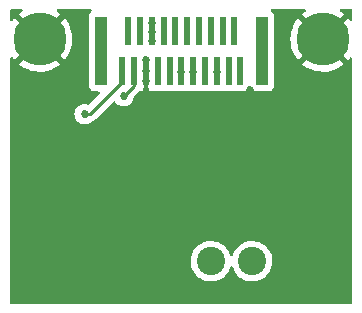
<source format=gbr>
%TF.GenerationSoftware,KiCad,Pcbnew,(6.0.0-0)*%
%TF.CreationDate,2022-03-04T22:18:36-05:00*%
%TF.ProjectId,thermalcouple,74686572-6d61-46c6-936f-75706c652e6b,rev?*%
%TF.SameCoordinates,Original*%
%TF.FileFunction,Copper,L4,Bot*%
%TF.FilePolarity,Positive*%
%FSLAX46Y46*%
G04 Gerber Fmt 4.6, Leading zero omitted, Abs format (unit mm)*
G04 Created by KiCad (PCBNEW (6.0.0-0)) date 2022-03-04 22:18:36*
%MOMM*%
%LPD*%
G01*
G04 APERTURE LIST*
%TA.AperFunction,ComponentPad*%
%ADD10C,2.400000*%
%TD*%
%TA.AperFunction,ComponentPad*%
%ADD11C,4.500000*%
%TD*%
%TA.AperFunction,SMDPad,CuDef*%
%ADD12R,1.000000X5.850000*%
%TD*%
%TA.AperFunction,SMDPad,CuDef*%
%ADD13R,0.610000X2.410000*%
%TD*%
%TA.AperFunction,ViaPad*%
%ADD14C,0.685800*%
%TD*%
%TA.AperFunction,Conductor*%
%ADD15C,0.254000*%
%TD*%
G04 APERTURE END LIST*
D10*
%TO.P,J1,1,Pin_1*%
%TO.N,Net-(FB1-Pad1)*%
X109502000Y-82804000D03*
%TO.P,J1,2,Pin_2*%
%TO.N,Net-(FB2-Pad1)*%
X113002000Y-82804000D03*
%TD*%
D11*
%TO.P,H1,1,1*%
%TO.N,GND*%
X95000000Y-64000000D03*
%TD*%
%TO.P,H2,1,1*%
%TO.N,GND*%
X119000000Y-64000000D03*
%TD*%
D12*
%TO.P,J2,*%
%TO.N,*%
X100173500Y-65000000D03*
X113826500Y-65000000D03*
D13*
%TO.P,J2,1,SDA(E)*%
%TO.N,/SDA_EEPROM*%
X101996500Y-66720000D03*
%TO.P,J2,2,SCL(E)*%
%TO.N,/SCL_EEPROM*%
X102996500Y-66720000D03*
%TO.P,J2,3,GND*%
%TO.N,GND*%
X103996500Y-66720000D03*
%TO.P,J2,4,NC*%
%TO.N,unconnected-(J2-Pad4)*%
X104996500Y-66720000D03*
%TO.P,J2,5,~{RST}*%
%TO.N,/~{RST}*%
X105996500Y-66720000D03*
%TO.P,J2,6,SCK*%
%TO.N,/SCK*%
X106996500Y-66720000D03*
%TO.P,J2,7,MISO*%
%TO.N,/MISO*%
X107996500Y-66720000D03*
%TO.P,J2,8,MOSI*%
%TO.N,/MOSI*%
X108996500Y-66720000D03*
%TO.P,J2,9,CE*%
%TO.N,/CS*%
X109996500Y-66720000D03*
%TO.P,J2,10,SDA*%
%TO.N,/SDA*%
X110996500Y-66720000D03*
%TO.P,J2,11,SCL*%
%TO.N,/SCL*%
X111996500Y-66720000D03*
%TO.P,J2,12,NC*%
%TO.N,unconnected-(J2-Pad12)*%
X111496500Y-63280000D03*
%TO.P,J2,13,RX*%
%TO.N,/RXD*%
X110496500Y-63280000D03*
%TO.P,J2,14,TX*%
%TO.N,/TXD*%
X109496500Y-63280000D03*
%TO.P,J2,15,STAT*%
%TO.N,/Status*%
X108496500Y-63280000D03*
%TO.P,J2,16,A0*%
%TO.N,/A0*%
X107496500Y-63280000D03*
%TO.P,J2,17,A1*%
%TO.N,/A1*%
X106496500Y-63280000D03*
%TO.P,J2,18,NC*%
%TO.N,unconnected-(J2-Pad18)*%
X105496500Y-63280000D03*
%TO.P,J2,19,3V3*%
%TO.N,/3V3*%
X104496500Y-63280000D03*
%TO.P,J2,20,NC*%
%TO.N,unconnected-(J2-Pad20)*%
X103496500Y-63320000D03*
%TO.P,J2,21,5V*%
%TO.N,/5V*%
X102496500Y-63320000D03*
%TD*%
D14*
%TO.N,/3V3*%
X104496500Y-63397500D03*
X104496500Y-62635500D03*
X104496500Y-64159500D03*
%TO.N,GND*%
X115062000Y-76708000D03*
X107188000Y-76708000D03*
X108458000Y-73406000D03*
X112776000Y-68326000D03*
X105410000Y-70866000D03*
X105410000Y-69342000D03*
X107696000Y-70866000D03*
X107696000Y-69342000D03*
X116586000Y-67818000D03*
X116586000Y-70104000D03*
X116586000Y-72136000D03*
X113030000Y-73406000D03*
X110744000Y-73406000D03*
X111506000Y-71882000D03*
X109982000Y-71882000D03*
X103632000Y-80264000D03*
X114300000Y-78740000D03*
X108204000Y-78740000D03*
X107696000Y-84582000D03*
X111252000Y-84582000D03*
X111252000Y-81280000D03*
X114300000Y-80264000D03*
%TO.N,/CS*%
X109982000Y-66802000D03*
%TO.N,/MISO*%
X107950000Y-66802000D03*
%TO.N,/SCK*%
X106934000Y-66802000D03*
%TO.N,GND*%
X96012000Y-73152000D03*
X104013000Y-66675000D03*
X104013000Y-67564000D03*
X97282000Y-73152000D03*
X94742000Y-73152000D03*
X104013000Y-65786000D03*
%TO.N,/SDA_EEPROM*%
X98806000Y-70358000D03*
%TO.N,/SCL_EEPROM*%
X102108000Y-68834000D03*
%TD*%
D15*
%TO.N,/SDA_EEPROM*%
X101996500Y-66720000D02*
X101996500Y-67620000D01*
X101996500Y-67620000D02*
X99258500Y-70358000D01*
X99258500Y-70358000D02*
X98806000Y-70358000D01*
%TO.N,/SCL_EEPROM*%
X102996500Y-67945500D02*
X102108000Y-68834000D01*
X102996500Y-66720000D02*
X102996500Y-67945500D01*
%TD*%
%TA.AperFunction,Conductor*%
%TO.N,GND*%
G36*
X93508556Y-61466002D02*
G01*
X93555049Y-61519658D01*
X93565153Y-61589932D01*
X93535659Y-61654512D01*
X93504858Y-61680285D01*
X93450196Y-61712805D01*
X93443945Y-61717053D01*
X93250733Y-61866115D01*
X93242267Y-61877773D01*
X93248871Y-61889661D01*
X94987188Y-63627978D01*
X95001132Y-63635592D01*
X95002965Y-63635461D01*
X95009580Y-63631210D01*
X96750162Y-61890628D01*
X96757174Y-61877787D01*
X96749379Y-61867098D01*
X96579886Y-61733481D01*
X96573663Y-61729156D01*
X96492326Y-61679605D01*
X96444557Y-61627082D01*
X96432767Y-61557071D01*
X96460699Y-61491800D01*
X96519485Y-61451992D01*
X96557879Y-61446000D01*
X99286595Y-61446000D01*
X99354716Y-61466002D01*
X99401209Y-61519658D01*
X99411313Y-61589932D01*
X99381819Y-61654512D01*
X99362163Y-61672824D01*
X99310239Y-61711739D01*
X99222885Y-61828295D01*
X99171755Y-61964684D01*
X99165000Y-62026866D01*
X99165000Y-67973134D01*
X99171755Y-68035316D01*
X99222885Y-68171705D01*
X99310239Y-68288261D01*
X99426795Y-68375615D01*
X99563184Y-68426745D01*
X99625366Y-68433500D01*
X99980078Y-68433500D01*
X100048199Y-68453502D01*
X100094692Y-68507158D01*
X100104796Y-68577432D01*
X100075302Y-68642012D01*
X100069173Y-68648595D01*
X99202648Y-69515120D01*
X99140336Y-69549146D01*
X99075213Y-69545888D01*
X99070546Y-69543810D01*
X98983016Y-69525205D01*
X98901943Y-69507972D01*
X98901939Y-69507972D01*
X98895486Y-69506600D01*
X98716514Y-69506600D01*
X98710061Y-69507972D01*
X98710057Y-69507972D01*
X98628984Y-69525205D01*
X98541454Y-69543810D01*
X98535424Y-69546495D01*
X98535423Y-69546495D01*
X98383985Y-69613919D01*
X98383983Y-69613920D01*
X98377955Y-69616604D01*
X98372614Y-69620484D01*
X98372613Y-69620485D01*
X98283266Y-69685400D01*
X98233164Y-69721801D01*
X98113409Y-69854803D01*
X98023923Y-70009797D01*
X97968618Y-70180009D01*
X97949910Y-70358000D01*
X97968618Y-70535991D01*
X98023923Y-70706203D01*
X98113409Y-70861197D01*
X98117827Y-70866104D01*
X98117828Y-70866105D01*
X98204256Y-70962093D01*
X98233164Y-70994199D01*
X98377955Y-71099396D01*
X98383983Y-71102080D01*
X98383985Y-71102081D01*
X98535423Y-71169505D01*
X98541454Y-71172190D01*
X98628984Y-71190795D01*
X98710057Y-71208028D01*
X98710061Y-71208028D01*
X98716514Y-71209400D01*
X98895486Y-71209400D01*
X98901939Y-71208028D01*
X98901943Y-71208028D01*
X98983016Y-71190795D01*
X99070546Y-71172190D01*
X99076577Y-71169505D01*
X99228015Y-71102081D01*
X99228017Y-71102080D01*
X99234045Y-71099396D01*
X99373854Y-70997818D01*
X99414061Y-70978899D01*
X99417799Y-70978427D01*
X99425172Y-70975508D01*
X99425175Y-70975507D01*
X99459056Y-70962093D01*
X99470285Y-70958248D01*
X99486965Y-70953402D01*
X99512893Y-70945869D01*
X99519720Y-70941831D01*
X99519723Y-70941830D01*
X99530406Y-70935512D01*
X99548164Y-70926812D01*
X99559715Y-70922239D01*
X99559721Y-70922235D01*
X99567088Y-70919319D01*
X99602991Y-70893234D01*
X99612910Y-70886719D01*
X99644268Y-70868174D01*
X99644272Y-70868171D01*
X99651098Y-70864134D01*
X99665482Y-70849750D01*
X99680516Y-70836909D01*
X99690573Y-70829602D01*
X99696987Y-70824942D01*
X99725278Y-70790744D01*
X99733267Y-70781965D01*
X101212413Y-69302819D01*
X101274725Y-69268793D01*
X101345540Y-69273858D01*
X101402376Y-69316405D01*
X101410628Y-69328916D01*
X101412107Y-69331479D01*
X101412110Y-69331484D01*
X101415409Y-69337197D01*
X101535164Y-69470199D01*
X101540506Y-69474080D01*
X101540508Y-69474082D01*
X101640176Y-69546495D01*
X101679955Y-69575396D01*
X101685983Y-69578080D01*
X101685985Y-69578081D01*
X101772510Y-69616604D01*
X101843454Y-69648190D01*
X101930984Y-69666795D01*
X102012057Y-69684028D01*
X102012061Y-69684028D01*
X102018514Y-69685400D01*
X102197486Y-69685400D01*
X102203939Y-69684028D01*
X102203943Y-69684028D01*
X102285016Y-69666795D01*
X102372546Y-69648190D01*
X102443490Y-69616604D01*
X102530015Y-69578081D01*
X102530017Y-69578080D01*
X102536045Y-69575396D01*
X102575824Y-69546495D01*
X102675492Y-69474082D01*
X102675494Y-69474080D01*
X102680836Y-69470199D01*
X102800591Y-69337197D01*
X102890077Y-69182203D01*
X102945382Y-69011991D01*
X102954418Y-68926024D01*
X102981432Y-68860367D01*
X102990633Y-68850100D01*
X103389983Y-68450750D01*
X103398305Y-68443176D01*
X103404803Y-68439053D01*
X103408610Y-68434999D01*
X103443142Y-68415001D01*
X103445146Y-68414250D01*
X103452980Y-68411313D01*
X103523786Y-68406128D01*
X103541441Y-68411312D01*
X103573894Y-68423478D01*
X103589149Y-68427105D01*
X103640014Y-68432631D01*
X103646828Y-68433000D01*
X103724385Y-68433000D01*
X103739624Y-68428525D01*
X103740829Y-68427135D01*
X103742500Y-68419452D01*
X103742500Y-68218852D01*
X103754347Y-68172542D01*
X103752115Y-68171705D01*
X103800471Y-68042715D01*
X103803245Y-68035316D01*
X103810000Y-67973134D01*
X103810000Y-66592000D01*
X103830002Y-66523879D01*
X103883658Y-66477386D01*
X103936000Y-66466000D01*
X104057000Y-66466000D01*
X104125121Y-66486002D01*
X104171614Y-66539658D01*
X104183000Y-66592000D01*
X104183000Y-67973134D01*
X104189755Y-68035316D01*
X104192529Y-68042715D01*
X104240885Y-68171705D01*
X104238653Y-68172542D01*
X104250500Y-68218852D01*
X104250500Y-68414884D01*
X104254975Y-68430123D01*
X104256365Y-68431328D01*
X104264048Y-68432999D01*
X104346169Y-68432999D01*
X104352990Y-68432629D01*
X104403852Y-68427105D01*
X104419107Y-68423478D01*
X104451557Y-68411313D01*
X104522364Y-68406129D01*
X104540019Y-68411313D01*
X104573781Y-68423970D01*
X104573783Y-68423970D01*
X104581184Y-68426745D01*
X104643366Y-68433500D01*
X105349634Y-68433500D01*
X105411816Y-68426745D01*
X105452271Y-68411579D01*
X105523076Y-68406396D01*
X105540723Y-68411577D01*
X105581184Y-68426745D01*
X105643366Y-68433500D01*
X106349634Y-68433500D01*
X106411816Y-68426745D01*
X106452271Y-68411579D01*
X106523076Y-68406396D01*
X106540723Y-68411577D01*
X106581184Y-68426745D01*
X106643366Y-68433500D01*
X107349634Y-68433500D01*
X107411816Y-68426745D01*
X107452271Y-68411579D01*
X107523076Y-68406396D01*
X107540723Y-68411577D01*
X107581184Y-68426745D01*
X107643366Y-68433500D01*
X108349634Y-68433500D01*
X108411816Y-68426745D01*
X108452271Y-68411579D01*
X108523076Y-68406396D01*
X108540723Y-68411577D01*
X108581184Y-68426745D01*
X108643366Y-68433500D01*
X109349634Y-68433500D01*
X109411816Y-68426745D01*
X109452271Y-68411579D01*
X109523076Y-68406396D01*
X109540723Y-68411577D01*
X109581184Y-68426745D01*
X109643366Y-68433500D01*
X110349634Y-68433500D01*
X110411816Y-68426745D01*
X110452271Y-68411579D01*
X110523076Y-68406396D01*
X110540723Y-68411577D01*
X110581184Y-68426745D01*
X110643366Y-68433500D01*
X111349634Y-68433500D01*
X111411816Y-68426745D01*
X111452271Y-68411579D01*
X111523076Y-68406396D01*
X111540723Y-68411577D01*
X111581184Y-68426745D01*
X111643366Y-68433500D01*
X112349634Y-68433500D01*
X112411816Y-68426745D01*
X112548205Y-68375615D01*
X112664761Y-68288261D01*
X112713174Y-68223664D01*
X112770033Y-68181149D01*
X112840852Y-68176123D01*
X112903145Y-68210183D01*
X112914826Y-68223664D01*
X112963239Y-68288261D01*
X113079795Y-68375615D01*
X113216184Y-68426745D01*
X113278366Y-68433500D01*
X114374634Y-68433500D01*
X114436816Y-68426745D01*
X114573205Y-68375615D01*
X114689761Y-68288261D01*
X114777115Y-68171705D01*
X114828245Y-68035316D01*
X114835000Y-67973134D01*
X114835000Y-66121982D01*
X117243142Y-66121982D01*
X117250668Y-66132415D01*
X117396463Y-66249848D01*
X117402648Y-66254244D01*
X117678363Y-66426195D01*
X117685034Y-66429817D01*
X117979414Y-66567402D01*
X117986468Y-66570195D01*
X118295257Y-66671420D01*
X118302570Y-66673339D01*
X118621298Y-66736738D01*
X118628789Y-66737764D01*
X118952823Y-66762413D01*
X118960386Y-66762531D01*
X119285021Y-66748074D01*
X119292562Y-66747282D01*
X119613115Y-66693926D01*
X119620479Y-66692240D01*
X119932315Y-66600757D01*
X119939424Y-66598198D01*
X120238003Y-66469919D01*
X120244770Y-66466515D01*
X120525764Y-66303301D01*
X120532071Y-66299111D01*
X120750005Y-66134588D01*
X120758461Y-66123197D01*
X120751743Y-66110953D01*
X119012812Y-64372022D01*
X118998868Y-64364408D01*
X118997035Y-64364539D01*
X118990420Y-64368790D01*
X117250257Y-66108953D01*
X117243142Y-66121982D01*
X114835000Y-66121982D01*
X114835000Y-63974858D01*
X116237299Y-63974858D01*
X116253456Y-64299410D01*
X116254287Y-64306939D01*
X116309318Y-64627198D01*
X116311051Y-64634585D01*
X116404156Y-64945909D01*
X116406759Y-64953022D01*
X116536595Y-65250913D01*
X116540037Y-65257669D01*
X116704720Y-65537803D01*
X116708943Y-65544088D01*
X116865792Y-65749608D01*
X116877316Y-65758069D01*
X116889382Y-65751408D01*
X118627978Y-64012812D01*
X118635592Y-63998868D01*
X118635461Y-63997035D01*
X118631210Y-63990420D01*
X116890864Y-62250074D01*
X116877929Y-62243011D01*
X116867367Y-62250671D01*
X116741785Y-62408268D01*
X116737428Y-62414467D01*
X116566913Y-62691094D01*
X116563333Y-62697770D01*
X116427287Y-62992878D01*
X116424537Y-62999929D01*
X116324927Y-63309251D01*
X116323044Y-63316584D01*
X116261316Y-63635632D01*
X116260329Y-63643132D01*
X116237378Y-63967277D01*
X116237299Y-63974858D01*
X114835000Y-63974858D01*
X114835000Y-62026866D01*
X114828245Y-61964684D01*
X114777115Y-61828295D01*
X114689761Y-61711739D01*
X114637838Y-61672825D01*
X114595325Y-61615966D01*
X114590300Y-61545148D01*
X114624359Y-61482855D01*
X114686691Y-61448865D01*
X114713405Y-61446000D01*
X117440435Y-61446000D01*
X117508556Y-61466002D01*
X117555049Y-61519658D01*
X117565153Y-61589932D01*
X117535659Y-61654512D01*
X117504858Y-61680285D01*
X117450196Y-61712805D01*
X117443945Y-61717053D01*
X117250733Y-61866115D01*
X117242267Y-61877773D01*
X117248871Y-61889661D01*
X118987188Y-63627978D01*
X119001132Y-63635592D01*
X119002965Y-63635461D01*
X119009580Y-63631210D01*
X120750162Y-61890628D01*
X120757174Y-61877787D01*
X120749379Y-61867098D01*
X120579886Y-61733481D01*
X120573663Y-61729156D01*
X120492326Y-61679605D01*
X120444557Y-61627082D01*
X120432767Y-61557071D01*
X120460699Y-61491800D01*
X120519485Y-61451992D01*
X120557879Y-61446000D01*
X121361000Y-61446000D01*
X121429121Y-61466002D01*
X121475614Y-61519658D01*
X121487000Y-61572000D01*
X121487000Y-62337698D01*
X121466998Y-62405819D01*
X121413342Y-62452312D01*
X121343068Y-62462416D01*
X121278488Y-62432922D01*
X121261643Y-62415184D01*
X121133617Y-62251022D01*
X121121823Y-62242551D01*
X121110113Y-62249097D01*
X119372022Y-63987188D01*
X119364408Y-64001132D01*
X119364539Y-64002965D01*
X119368790Y-64009580D01*
X121108825Y-65749615D01*
X121121948Y-65756781D01*
X121132250Y-65749391D01*
X121241429Y-65615285D01*
X121245838Y-65609149D01*
X121254437Y-65595520D01*
X121307703Y-65548581D01*
X121377891Y-65537891D01*
X121442715Y-65566844D01*
X121481596Y-65626248D01*
X121487000Y-65662754D01*
X121487000Y-86304000D01*
X121466998Y-86372121D01*
X121413342Y-86418614D01*
X121361000Y-86430000D01*
X92629000Y-86430000D01*
X92560879Y-86409998D01*
X92514386Y-86356342D01*
X92503000Y-86304000D01*
X92503000Y-82759151D01*
X107789296Y-82759151D01*
X107801480Y-83012798D01*
X107851021Y-83261857D01*
X107852600Y-83266255D01*
X107852602Y-83266262D01*
X107897022Y-83389980D01*
X107936831Y-83500858D01*
X108057025Y-83724551D01*
X108059820Y-83728294D01*
X108059822Y-83728297D01*
X108206171Y-83924282D01*
X108206176Y-83924288D01*
X108208963Y-83928020D01*
X108212272Y-83931300D01*
X108212277Y-83931306D01*
X108310859Y-84029031D01*
X108389307Y-84106797D01*
X108393069Y-84109555D01*
X108393072Y-84109558D01*
X108498764Y-84187054D01*
X108594094Y-84256953D01*
X108598229Y-84259129D01*
X108598233Y-84259131D01*
X108716289Y-84321243D01*
X108818827Y-84375191D01*
X109058568Y-84458912D01*
X109308050Y-84506278D01*
X109428532Y-84511011D01*
X109557125Y-84516064D01*
X109557130Y-84516064D01*
X109561793Y-84516247D01*
X109660774Y-84505407D01*
X109809569Y-84489112D01*
X109809575Y-84489111D01*
X109814222Y-84488602D01*
X109923680Y-84459784D01*
X110055273Y-84425138D01*
X110059793Y-84423948D01*
X110178353Y-84373011D01*
X110288807Y-84325557D01*
X110288810Y-84325555D01*
X110293110Y-84323708D01*
X110297090Y-84321245D01*
X110297094Y-84321243D01*
X110505064Y-84192547D01*
X110505066Y-84192545D01*
X110509047Y-84190082D01*
X110607428Y-84106797D01*
X110699289Y-84029031D01*
X110699291Y-84029029D01*
X110702862Y-84026006D01*
X110870295Y-83835084D01*
X111007669Y-83621512D01*
X111111967Y-83389980D01*
X111130528Y-83324167D01*
X111168269Y-83264033D01*
X111232530Y-83233850D01*
X111302909Y-83243200D01*
X111357059Y-83289116D01*
X111370385Y-83315789D01*
X111436831Y-83500858D01*
X111557025Y-83724551D01*
X111559820Y-83728294D01*
X111559822Y-83728297D01*
X111706171Y-83924282D01*
X111706176Y-83924288D01*
X111708963Y-83928020D01*
X111712272Y-83931300D01*
X111712277Y-83931306D01*
X111810859Y-84029031D01*
X111889307Y-84106797D01*
X111893069Y-84109555D01*
X111893072Y-84109558D01*
X111998764Y-84187054D01*
X112094094Y-84256953D01*
X112098229Y-84259129D01*
X112098233Y-84259131D01*
X112216289Y-84321243D01*
X112318827Y-84375191D01*
X112558568Y-84458912D01*
X112808050Y-84506278D01*
X112928532Y-84511011D01*
X113057125Y-84516064D01*
X113057130Y-84516064D01*
X113061793Y-84516247D01*
X113160774Y-84505407D01*
X113309569Y-84489112D01*
X113309575Y-84489111D01*
X113314222Y-84488602D01*
X113423680Y-84459784D01*
X113555273Y-84425138D01*
X113559793Y-84423948D01*
X113678353Y-84373011D01*
X113788807Y-84325557D01*
X113788810Y-84325555D01*
X113793110Y-84323708D01*
X113797090Y-84321245D01*
X113797094Y-84321243D01*
X114005064Y-84192547D01*
X114005066Y-84192545D01*
X114009047Y-84190082D01*
X114107428Y-84106797D01*
X114199289Y-84029031D01*
X114199291Y-84029029D01*
X114202862Y-84026006D01*
X114370295Y-83835084D01*
X114507669Y-83621512D01*
X114611967Y-83389980D01*
X114680896Y-83145575D01*
X114712943Y-82893667D01*
X114715291Y-82804000D01*
X114696472Y-82550759D01*
X114640428Y-82303082D01*
X114634460Y-82287735D01*
X114550084Y-82070762D01*
X114550083Y-82070760D01*
X114548391Y-82066409D01*
X114527866Y-82030498D01*
X114424702Y-81849997D01*
X114424700Y-81849995D01*
X114422383Y-81845940D01*
X114265171Y-81646517D01*
X114080209Y-81472523D01*
X114036483Y-81442189D01*
X113875393Y-81330437D01*
X113875390Y-81330435D01*
X113871561Y-81327779D01*
X113867384Y-81325719D01*
X113867377Y-81325715D01*
X113647996Y-81217528D01*
X113647992Y-81217527D01*
X113643810Y-81215464D01*
X113401960Y-81138047D01*
X113397355Y-81137297D01*
X113155935Y-81097980D01*
X113155934Y-81097980D01*
X113151323Y-81097229D01*
X113024364Y-81095567D01*
X112902083Y-81093966D01*
X112902080Y-81093966D01*
X112897406Y-81093905D01*
X112645787Y-81128149D01*
X112401993Y-81199208D01*
X112171380Y-81305522D01*
X112167471Y-81308085D01*
X111962928Y-81442189D01*
X111962923Y-81442193D01*
X111959015Y-81444755D01*
X111769562Y-81613848D01*
X111607183Y-81809087D01*
X111475447Y-82026182D01*
X111377246Y-82260365D01*
X111376095Y-82264897D01*
X111374016Y-82273084D01*
X111337861Y-82334185D01*
X111274412Y-82366039D01*
X111203813Y-82358534D01*
X111148479Y-82314051D01*
X111134460Y-82287735D01*
X111050084Y-82070762D01*
X111050083Y-82070760D01*
X111048391Y-82066409D01*
X111027866Y-82030498D01*
X110924702Y-81849997D01*
X110924700Y-81849995D01*
X110922383Y-81845940D01*
X110765171Y-81646517D01*
X110580209Y-81472523D01*
X110536483Y-81442189D01*
X110375393Y-81330437D01*
X110375390Y-81330435D01*
X110371561Y-81327779D01*
X110367384Y-81325719D01*
X110367377Y-81325715D01*
X110147996Y-81217528D01*
X110147992Y-81217527D01*
X110143810Y-81215464D01*
X109901960Y-81138047D01*
X109897355Y-81137297D01*
X109655935Y-81097980D01*
X109655934Y-81097980D01*
X109651323Y-81097229D01*
X109524364Y-81095567D01*
X109402083Y-81093966D01*
X109402080Y-81093966D01*
X109397406Y-81093905D01*
X109145787Y-81128149D01*
X108901993Y-81199208D01*
X108671380Y-81305522D01*
X108667471Y-81308085D01*
X108462928Y-81442189D01*
X108462923Y-81442193D01*
X108459015Y-81444755D01*
X108269562Y-81613848D01*
X108107183Y-81809087D01*
X107975447Y-82026182D01*
X107877246Y-82260365D01*
X107814738Y-82506490D01*
X107789296Y-82759151D01*
X92503000Y-82759151D01*
X92503000Y-66121982D01*
X93243142Y-66121982D01*
X93250668Y-66132415D01*
X93396463Y-66249848D01*
X93402648Y-66254244D01*
X93678363Y-66426195D01*
X93685034Y-66429817D01*
X93979414Y-66567402D01*
X93986468Y-66570195D01*
X94295257Y-66671420D01*
X94302570Y-66673339D01*
X94621298Y-66736738D01*
X94628789Y-66737764D01*
X94952823Y-66762413D01*
X94960386Y-66762531D01*
X95285021Y-66748074D01*
X95292562Y-66747282D01*
X95613115Y-66693926D01*
X95620479Y-66692240D01*
X95932315Y-66600757D01*
X95939424Y-66598198D01*
X96238003Y-66469919D01*
X96244770Y-66466515D01*
X96525764Y-66303301D01*
X96532071Y-66299111D01*
X96750005Y-66134588D01*
X96758461Y-66123197D01*
X96751743Y-66110953D01*
X95012812Y-64372022D01*
X94998868Y-64364408D01*
X94997035Y-64364539D01*
X94990420Y-64368790D01*
X93250257Y-66108953D01*
X93243142Y-66121982D01*
X92503000Y-66121982D01*
X92503000Y-65647024D01*
X92523002Y-65578903D01*
X92576658Y-65532410D01*
X92646932Y-65522306D01*
X92711512Y-65551800D01*
X92729163Y-65570582D01*
X92865792Y-65749608D01*
X92877316Y-65758069D01*
X92889382Y-65751408D01*
X94627978Y-64012812D01*
X94634356Y-64001132D01*
X95364408Y-64001132D01*
X95364539Y-64002965D01*
X95368790Y-64009580D01*
X97108825Y-65749615D01*
X97121948Y-65756781D01*
X97132250Y-65749391D01*
X97241429Y-65615285D01*
X97245842Y-65609144D01*
X97419248Y-65334312D01*
X97422895Y-65327677D01*
X97562025Y-65034011D01*
X97564850Y-65026984D01*
X97667696Y-64718715D01*
X97669650Y-64711424D01*
X97734716Y-64393033D01*
X97735784Y-64385529D01*
X97762253Y-64060100D01*
X97762458Y-64055625D01*
X97763018Y-64002221D01*
X97762908Y-63997789D01*
X97743257Y-63671835D01*
X97742349Y-63664333D01*
X97683967Y-63344663D01*
X97682154Y-63337284D01*
X97585797Y-63026966D01*
X97583116Y-63019869D01*
X97450172Y-62723363D01*
X97446655Y-62716636D01*
X97279054Y-62438252D01*
X97274757Y-62431999D01*
X97133617Y-62251022D01*
X97121823Y-62242551D01*
X97110113Y-62249097D01*
X95372022Y-63987188D01*
X95364408Y-64001132D01*
X94634356Y-64001132D01*
X94635592Y-63998868D01*
X94635461Y-63997035D01*
X94631210Y-63990420D01*
X92890864Y-62250074D01*
X92877929Y-62243011D01*
X92867367Y-62250671D01*
X92741785Y-62408268D01*
X92737427Y-62414469D01*
X92736261Y-62416360D01*
X92735816Y-62416760D01*
X92735245Y-62417573D01*
X92735059Y-62417442D01*
X92683489Y-62463855D01*
X92613418Y-62475279D01*
X92548294Y-62447006D01*
X92508793Y-62388012D01*
X92503000Y-62350246D01*
X92503000Y-61572000D01*
X92523002Y-61503879D01*
X92576658Y-61457386D01*
X92629000Y-61446000D01*
X93440435Y-61446000D01*
X93508556Y-61466002D01*
G37*
%TD.AperFunction*%
%TD*%
M02*

</source>
